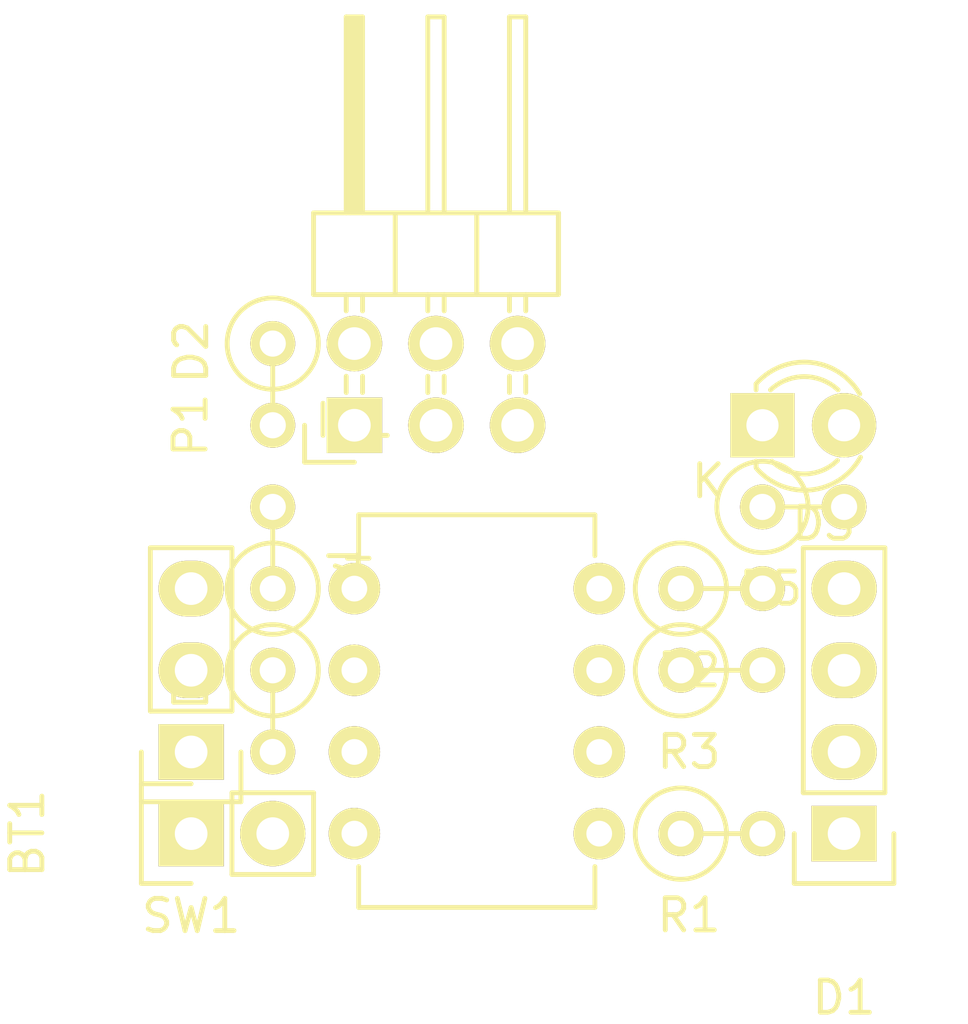
<source format=kicad_pcb>
(kicad_pcb (version 4) (host pcbnew 4.0.2+e4-6225~38~ubuntu14.04.1-stable)

  (general
    (links 22)
    (no_connects 22)
    (area 133.475 71.664999 164.033096 103.865)
    (thickness 1.6)
    (drawings 0)
    (tracks 0)
    (zones 0)
    (modules 13)
    (nets 17)
  )

  (page A4)
  (layers
    (0 F.Cu signal)
    (31 B.Cu signal)
    (32 B.Adhes user)
    (33 F.Adhes user)
    (34 B.Paste user)
    (35 F.Paste user)
    (36 B.SilkS user)
    (37 F.SilkS user)
    (38 B.Mask user)
    (39 F.Mask user)
    (40 Dwgs.User user)
    (41 Cmts.User user)
    (42 Eco1.User user)
    (43 Eco2.User user)
    (44 Edge.Cuts user)
    (45 Margin user)
    (46 B.CrtYd user)
    (47 F.CrtYd user)
    (48 B.Fab user)
    (49 F.Fab user)
  )

  (setup
    (last_trace_width 0.25)
    (trace_clearance 0.2)
    (zone_clearance 0.508)
    (zone_45_only no)
    (trace_min 0.2)
    (segment_width 0.2)
    (edge_width 0.15)
    (via_size 0.6)
    (via_drill 0.4)
    (via_min_size 0.4)
    (via_min_drill 0.3)
    (uvia_size 0.3)
    (uvia_drill 0.1)
    (uvias_allowed no)
    (uvia_min_size 0.2)
    (uvia_min_drill 0.1)
    (pcb_text_width 0.3)
    (pcb_text_size 1.5 1.5)
    (mod_edge_width 0.15)
    (mod_text_size 1 1)
    (mod_text_width 0.15)
    (pad_size 1.524 1.524)
    (pad_drill 0.762)
    (pad_to_mask_clearance 0.2)
    (aux_axis_origin 0 0)
    (visible_elements FFFFFF7F)
    (pcbplotparams
      (layerselection 0x00030_80000001)
      (usegerberextensions false)
      (excludeedgelayer true)
      (linewidth 0.100000)
      (plotframeref false)
      (viasonmask false)
      (mode 1)
      (useauxorigin false)
      (hpglpennumber 1)
      (hpglpenspeed 20)
      (hpglpendiameter 15)
      (hpglpenoverlay 2)
      (psnegative false)
      (psa4output false)
      (plotreference true)
      (plotvalue true)
      (plotinvisibletext false)
      (padsonsilk false)
      (subtractmaskfromsilk false)
      (outputformat 1)
      (mirror false)
      (drillshape 1)
      (scaleselection 1)
      (outputdirectory ""))
  )

  (net 0 "")
  (net 1 "Net-(D1-Pad1)")
  (net 2 GND)
  (net 3 "Net-(D1-Pad3)")
  (net 4 "Net-(D1-Pad4)")
  (net 5 "Net-(D2-Pad1)")
  (net 6 +3V3)
  (net 7 "Net-(IC1-Pad1)")
  (net 8 /IR_IN)
  (net 9 "Net-(IC1-Pad3)")
  (net 10 /MOSI/R)
  (net 11 /MISO/G)
  (net 12 /SCK/B)
  (net 13 /RESET)
  (net 14 "Net-(BT1-Pad1)")
  (net 15 "Net-(D3-Pad2)")
  (net 16 "Net-(D4-Pad2)")

  (net_class Default "This is the default net class."
    (clearance 0.2)
    (trace_width 0.25)
    (via_dia 0.6)
    (via_drill 0.4)
    (uvia_dia 0.3)
    (uvia_drill 0.1)
    (add_net +3V3)
    (add_net /IR_IN)
    (add_net /MISO/G)
    (add_net /MOSI/R)
    (add_net /RESET)
    (add_net /SCK/B)
    (add_net GND)
    (add_net "Net-(BT1-Pad1)")
    (add_net "Net-(D1-Pad1)")
    (add_net "Net-(D1-Pad3)")
    (add_net "Net-(D1-Pad4)")
    (add_net "Net-(D2-Pad1)")
    (add_net "Net-(D3-Pad2)")
    (add_net "Net-(D4-Pad2)")
    (add_net "Net-(IC1-Pad1)")
    (add_net "Net-(IC1-Pad3)")
  )

  (module Pin_Headers:Pin_Header_Straight_1x02 (layer F.Cu) (tedit 54EA090C) (tstamp 57499560)
    (at 139.7 97.79 90)
    (descr "Through hole pin header")
    (tags "pin header")
    (path /57499702)
    (fp_text reference BT1 (at 0 -5.1 90) (layer F.SilkS)
      (effects (font (size 1 1) (thickness 0.15)))
    )
    (fp_text value Battery (at 0 -3.1 90) (layer F.Fab)
      (effects (font (size 1 1) (thickness 0.15)))
    )
    (fp_line (start 1.27 1.27) (end 1.27 3.81) (layer F.SilkS) (width 0.15))
    (fp_line (start 1.55 -1.55) (end 1.55 0) (layer F.SilkS) (width 0.15))
    (fp_line (start -1.75 -1.75) (end -1.75 4.3) (layer F.CrtYd) (width 0.05))
    (fp_line (start 1.75 -1.75) (end 1.75 4.3) (layer F.CrtYd) (width 0.05))
    (fp_line (start -1.75 -1.75) (end 1.75 -1.75) (layer F.CrtYd) (width 0.05))
    (fp_line (start -1.75 4.3) (end 1.75 4.3) (layer F.CrtYd) (width 0.05))
    (fp_line (start 1.27 1.27) (end -1.27 1.27) (layer F.SilkS) (width 0.15))
    (fp_line (start -1.55 0) (end -1.55 -1.55) (layer F.SilkS) (width 0.15))
    (fp_line (start -1.55 -1.55) (end 1.55 -1.55) (layer F.SilkS) (width 0.15))
    (fp_line (start -1.27 1.27) (end -1.27 3.81) (layer F.SilkS) (width 0.15))
    (fp_line (start -1.27 3.81) (end 1.27 3.81) (layer F.SilkS) (width 0.15))
    (pad 1 thru_hole rect (at 0 0 90) (size 2.032 2.032) (drill 1.016) (layers *.Cu *.Mask F.SilkS)
      (net 14 "Net-(BT1-Pad1)"))
    (pad 2 thru_hole oval (at 0 2.54 90) (size 2.032 2.032) (drill 1.016) (layers *.Cu *.Mask F.SilkS)
      (net 2 GND))
    (model Pin_Headers.3dshapes/Pin_Header_Straight_1x02.wrl
      (at (xyz 0 -0.05 0))
      (scale (xyz 1 1 1))
      (rotate (xyz 0 0 90))
    )
  )

  (module Pin_Headers:Pin_Header_Straight_1x04 (layer F.Cu) (tedit 0) (tstamp 57499573)
    (at 160.02 97.79 180)
    (descr "Through hole pin header")
    (tags "pin header")
    (path /57499F0C)
    (fp_text reference D1 (at 0 -5.1 180) (layer F.SilkS)
      (effects (font (size 1 1) (thickness 0.15)))
    )
    (fp_text value LED_RCBG (at 0 -3.1 180) (layer F.Fab)
      (effects (font (size 1 1) (thickness 0.15)))
    )
    (fp_line (start -1.75 -1.75) (end -1.75 9.4) (layer F.CrtYd) (width 0.05))
    (fp_line (start 1.75 -1.75) (end 1.75 9.4) (layer F.CrtYd) (width 0.05))
    (fp_line (start -1.75 -1.75) (end 1.75 -1.75) (layer F.CrtYd) (width 0.05))
    (fp_line (start -1.75 9.4) (end 1.75 9.4) (layer F.CrtYd) (width 0.05))
    (fp_line (start -1.27 1.27) (end -1.27 8.89) (layer F.SilkS) (width 0.15))
    (fp_line (start 1.27 1.27) (end 1.27 8.89) (layer F.SilkS) (width 0.15))
    (fp_line (start 1.55 -1.55) (end 1.55 0) (layer F.SilkS) (width 0.15))
    (fp_line (start -1.27 8.89) (end 1.27 8.89) (layer F.SilkS) (width 0.15))
    (fp_line (start 1.27 1.27) (end -1.27 1.27) (layer F.SilkS) (width 0.15))
    (fp_line (start -1.55 0) (end -1.55 -1.55) (layer F.SilkS) (width 0.15))
    (fp_line (start -1.55 -1.55) (end 1.55 -1.55) (layer F.SilkS) (width 0.15))
    (pad 1 thru_hole rect (at 0 0 180) (size 2.032 1.7272) (drill 1.016) (layers *.Cu *.Mask F.SilkS)
      (net 1 "Net-(D1-Pad1)"))
    (pad 2 thru_hole oval (at 0 2.54 180) (size 2.032 1.7272) (drill 1.016) (layers *.Cu *.Mask F.SilkS)
      (net 2 GND))
    (pad 3 thru_hole oval (at 0 5.08 180) (size 2.032 1.7272) (drill 1.016) (layers *.Cu *.Mask F.SilkS)
      (net 3 "Net-(D1-Pad3)"))
    (pad 4 thru_hole oval (at 0 7.62 180) (size 2.032 1.7272) (drill 1.016) (layers *.Cu *.Mask F.SilkS)
      (net 4 "Net-(D1-Pad4)"))
    (model Pin_Headers.3dshapes/Pin_Header_Straight_1x04.wrl
      (at (xyz 0 -0.15 0))
      (scale (xyz 1 1 1))
      (rotate (xyz 0 0 90))
    )
  )

  (module Discret:R1 (layer F.Cu) (tedit 0) (tstamp 5749957B)
    (at 142.24 83.82 270)
    (descr "Resistance verticale")
    (tags R)
    (path /574989FA)
    (fp_text reference D2 (at -1.016 2.54 270) (layer F.SilkS)
      (effects (font (size 1 1) (thickness 0.15)))
    )
    (fp_text value D (at -1.143 2.54 270) (layer F.Fab)
      (effects (font (size 1 1) (thickness 0.15)))
    )
    (fp_line (start -1.27 0) (end 1.27 0) (layer F.SilkS) (width 0.15))
    (fp_circle (center -1.27 0) (end -0.635 1.27) (layer F.SilkS) (width 0.15))
    (pad 1 thru_hole circle (at -1.27 0 270) (size 1.397 1.397) (drill 0.8128) (layers *.Cu *.Mask F.SilkS)
      (net 5 "Net-(D2-Pad1)"))
    (pad 2 thru_hole circle (at 1.27 0 270) (size 1.397 1.397) (drill 0.8128) (layers *.Cu *.Mask F.SilkS)
      (net 6 +3V3))
    (model Discret.3dshapes/R1.wrl
      (at (xyz 0 0 0))
      (scale (xyz 1 1 1))
      (rotate (xyz 0 0 0))
    )
  )

  (module LEDs:LED-3MM (layer F.Cu) (tedit 559B82F6) (tstamp 5749958C)
    (at 157.48 85.09)
    (descr "LED 3mm round vertical")
    (tags "LED  3mm round vertical")
    (path /5749A137)
    (fp_text reference D3 (at 1.91 3.06) (layer F.SilkS)
      (effects (font (size 1 1) (thickness 0.15)))
    )
    (fp_text value LED-G (at 1.3 -2.9) (layer F.Fab)
      (effects (font (size 1 1) (thickness 0.15)))
    )
    (fp_line (start -1.2 2.3) (end 3.8 2.3) (layer F.CrtYd) (width 0.05))
    (fp_line (start 3.8 2.3) (end 3.8 -2.2) (layer F.CrtYd) (width 0.05))
    (fp_line (start 3.8 -2.2) (end -1.2 -2.2) (layer F.CrtYd) (width 0.05))
    (fp_line (start -1.2 -2.2) (end -1.2 2.3) (layer F.CrtYd) (width 0.05))
    (fp_line (start -0.199 1.314) (end -0.199 1.114) (layer F.SilkS) (width 0.15))
    (fp_line (start -0.199 -1.28) (end -0.199 -1.1) (layer F.SilkS) (width 0.15))
    (fp_arc (start 1.301 0.034) (end -0.199 -1.286) (angle 108.5) (layer F.SilkS) (width 0.15))
    (fp_arc (start 1.301 0.034) (end 0.25 -1.1) (angle 85.7) (layer F.SilkS) (width 0.15))
    (fp_arc (start 1.311 0.034) (end 3.051 0.994) (angle 110) (layer F.SilkS) (width 0.15))
    (fp_arc (start 1.301 0.034) (end 2.335 1.094) (angle 87.5) (layer F.SilkS) (width 0.15))
    (fp_text user K (at -1.69 1.74) (layer F.SilkS)
      (effects (font (size 1 1) (thickness 0.15)))
    )
    (pad 1 thru_hole rect (at 0 0 90) (size 2 2) (drill 1.00076) (layers *.Cu *.Mask F.SilkS)
      (net 2 GND))
    (pad 2 thru_hole circle (at 2.54 0) (size 2 2) (drill 1.00076) (layers *.Cu *.Mask F.SilkS)
      (net 15 "Net-(D3-Pad2)"))
    (model LEDs.3dshapes/LED-3MM.wrl
      (at (xyz 0.05 0 0))
      (scale (xyz 1 1 1))
      (rotate (xyz 0 0 90))
    )
  )

  (module Discret:R1 (layer F.Cu) (tedit 0) (tstamp 57499594)
    (at 142.24 93.98 270)
    (descr "Resistance verticale")
    (tags R)
    (path /574998B2)
    (fp_text reference D4 (at -1.016 2.54 270) (layer F.SilkS)
      (effects (font (size 1 1) (thickness 0.15)))
    )
    (fp_text value D (at -1.143 2.54 270) (layer F.Fab)
      (effects (font (size 1 1) (thickness 0.15)))
    )
    (fp_line (start -1.27 0) (end 1.27 0) (layer F.SilkS) (width 0.15))
    (fp_circle (center -1.27 0) (end -0.635 1.27) (layer F.SilkS) (width 0.15))
    (pad 1 thru_hole circle (at -1.27 0 270) (size 1.397 1.397) (drill 0.8128) (layers *.Cu *.Mask F.SilkS)
      (net 6 +3V3))
    (pad 2 thru_hole circle (at 1.27 0 270) (size 1.397 1.397) (drill 0.8128) (layers *.Cu *.Mask F.SilkS)
      (net 16 "Net-(D4-Pad2)"))
    (model Discret.3dshapes/R1.wrl
      (at (xyz 0 0 0))
      (scale (xyz 1 1 1))
      (rotate (xyz 0 0 0))
    )
  )

  (module Housings_DIP:DIP-8_W7.62mm (layer F.Cu) (tedit 54130A77) (tstamp 574995AB)
    (at 144.78 90.17)
    (descr "8-lead dip package, row spacing 7.62 mm (300 mils)")
    (tags "dil dip 2.54 300")
    (path /574973DC)
    (fp_text reference IC1 (at 0 -5.22) (layer F.SilkS)
      (effects (font (size 1 1) (thickness 0.15)))
    )
    (fp_text value ATTINY13A-P (at 0 -3.72) (layer F.Fab)
      (effects (font (size 1 1) (thickness 0.15)))
    )
    (fp_line (start -1.05 -2.45) (end -1.05 10.1) (layer F.CrtYd) (width 0.05))
    (fp_line (start 8.65 -2.45) (end 8.65 10.1) (layer F.CrtYd) (width 0.05))
    (fp_line (start -1.05 -2.45) (end 8.65 -2.45) (layer F.CrtYd) (width 0.05))
    (fp_line (start -1.05 10.1) (end 8.65 10.1) (layer F.CrtYd) (width 0.05))
    (fp_line (start 0.135 -2.295) (end 0.135 -1.025) (layer F.SilkS) (width 0.15))
    (fp_line (start 7.485 -2.295) (end 7.485 -1.025) (layer F.SilkS) (width 0.15))
    (fp_line (start 7.485 9.915) (end 7.485 8.645) (layer F.SilkS) (width 0.15))
    (fp_line (start 0.135 9.915) (end 0.135 8.645) (layer F.SilkS) (width 0.15))
    (fp_line (start 0.135 -2.295) (end 7.485 -2.295) (layer F.SilkS) (width 0.15))
    (fp_line (start 0.135 9.915) (end 7.485 9.915) (layer F.SilkS) (width 0.15))
    (fp_line (start 0.135 -1.025) (end -0.8 -1.025) (layer F.SilkS) (width 0.15))
    (pad 1 thru_hole oval (at 0 0) (size 1.6 1.6) (drill 0.8) (layers *.Cu *.Mask F.SilkS)
      (net 7 "Net-(IC1-Pad1)"))
    (pad 2 thru_hole oval (at 0 2.54) (size 1.6 1.6) (drill 0.8) (layers *.Cu *.Mask F.SilkS)
      (net 8 /IR_IN))
    (pad 3 thru_hole oval (at 0 5.08) (size 1.6 1.6) (drill 0.8) (layers *.Cu *.Mask F.SilkS)
      (net 9 "Net-(IC1-Pad3)"))
    (pad 4 thru_hole oval (at 0 7.62) (size 1.6 1.6) (drill 0.8) (layers *.Cu *.Mask F.SilkS)
      (net 2 GND))
    (pad 5 thru_hole oval (at 7.62 7.62) (size 1.6 1.6) (drill 0.8) (layers *.Cu *.Mask F.SilkS)
      (net 10 /MOSI/R))
    (pad 6 thru_hole oval (at 7.62 5.08) (size 1.6 1.6) (drill 0.8) (layers *.Cu *.Mask F.SilkS)
      (net 11 /MISO/G))
    (pad 7 thru_hole oval (at 7.62 2.54) (size 1.6 1.6) (drill 0.8) (layers *.Cu *.Mask F.SilkS)
      (net 12 /SCK/B))
    (pad 8 thru_hole oval (at 7.62 0) (size 1.6 1.6) (drill 0.8) (layers *.Cu *.Mask F.SilkS)
      (net 6 +3V3))
    (model Housings_DIP.3dshapes/DIP-8_W7.62mm.wrl
      (at (xyz 0 0 0))
      (scale (xyz 1 1 1))
      (rotate (xyz 0 0 0))
    )
  )

  (module Pin_Headers:Pin_Header_Angled_2x03 (layer F.Cu) (tedit 0) (tstamp 574995E2)
    (at 144.78 85.09 90)
    (descr "Through hole pin header")
    (tags "pin header")
    (path /574987B5)
    (fp_text reference P1 (at 0 -5.1 90) (layer F.SilkS)
      (effects (font (size 1 1) (thickness 0.15)))
    )
    (fp_text value CONN_02X03 (at 0 -3.1 90) (layer F.Fab)
      (effects (font (size 1 1) (thickness 0.15)))
    )
    (fp_line (start -1.35 -1.75) (end -1.35 6.85) (layer F.CrtYd) (width 0.05))
    (fp_line (start 13.2 -1.75) (end 13.2 6.85) (layer F.CrtYd) (width 0.05))
    (fp_line (start -1.35 -1.75) (end 13.2 -1.75) (layer F.CrtYd) (width 0.05))
    (fp_line (start -1.35 6.85) (end 13.2 6.85) (layer F.CrtYd) (width 0.05))
    (fp_line (start 1.524 5.334) (end 1.016 5.334) (layer F.SilkS) (width 0.15))
    (fp_line (start 1.524 4.826) (end 1.016 4.826) (layer F.SilkS) (width 0.15))
    (fp_line (start 1.524 2.794) (end 1.016 2.794) (layer F.SilkS) (width 0.15))
    (fp_line (start 1.524 2.286) (end 1.016 2.286) (layer F.SilkS) (width 0.15))
    (fp_line (start 1.524 0.254) (end 1.016 0.254) (layer F.SilkS) (width 0.15))
    (fp_line (start 1.524 -0.254) (end 1.016 -0.254) (layer F.SilkS) (width 0.15))
    (fp_line (start 4.064 2.286) (end 3.556 2.286) (layer F.SilkS) (width 0.15))
    (fp_line (start 4.064 2.794) (end 3.556 2.794) (layer F.SilkS) (width 0.15))
    (fp_line (start 4.064 4.826) (end 3.556 4.826) (layer F.SilkS) (width 0.15))
    (fp_line (start 4.064 5.334) (end 3.556 5.334) (layer F.SilkS) (width 0.15))
    (fp_line (start 4.064 -0.254) (end 3.556 -0.254) (layer F.SilkS) (width 0.15))
    (fp_line (start 4.064 0.254) (end 3.556 0.254) (layer F.SilkS) (width 0.15))
    (fp_line (start 0 -1.55) (end -1.15 -1.55) (layer F.SilkS) (width 0.15))
    (fp_line (start -1.15 -1.55) (end -1.15 0) (layer F.SilkS) (width 0.15))
    (fp_line (start 6.604 -0.127) (end 12.573 -0.127) (layer F.SilkS) (width 0.15))
    (fp_line (start 12.573 -0.127) (end 12.573 0.127) (layer F.SilkS) (width 0.15))
    (fp_line (start 12.573 0.127) (end 6.731 0.127) (layer F.SilkS) (width 0.15))
    (fp_line (start 6.731 0.127) (end 6.731 0) (layer F.SilkS) (width 0.15))
    (fp_line (start 6.731 0) (end 12.573 0) (layer F.SilkS) (width 0.15))
    (fp_line (start 4.064 1.27) (end 4.064 3.81) (layer F.SilkS) (width 0.15))
    (fp_line (start 4.064 3.81) (end 6.604 3.81) (layer F.SilkS) (width 0.15))
    (fp_line (start 6.604 2.286) (end 12.7 2.286) (layer F.SilkS) (width 0.15))
    (fp_line (start 12.7 2.286) (end 12.7 2.794) (layer F.SilkS) (width 0.15))
    (fp_line (start 12.7 2.794) (end 6.604 2.794) (layer F.SilkS) (width 0.15))
    (fp_line (start 6.604 3.81) (end 6.604 1.27) (layer F.SilkS) (width 0.15))
    (fp_line (start 4.064 6.35) (end 6.604 6.35) (layer F.SilkS) (width 0.15))
    (fp_line (start 6.604 6.35) (end 6.604 3.81) (layer F.SilkS) (width 0.15))
    (fp_line (start 12.7 5.334) (end 6.604 5.334) (layer F.SilkS) (width 0.15))
    (fp_line (start 12.7 4.826) (end 12.7 5.334) (layer F.SilkS) (width 0.15))
    (fp_line (start 6.604 4.826) (end 12.7 4.826) (layer F.SilkS) (width 0.15))
    (fp_line (start 4.064 6.35) (end 6.604 6.35) (layer F.SilkS) (width 0.15))
    (fp_line (start 4.064 3.81) (end 4.064 6.35) (layer F.SilkS) (width 0.15))
    (fp_line (start 4.064 3.81) (end 6.604 3.81) (layer F.SilkS) (width 0.15))
    (fp_line (start 4.064 1.27) (end 6.604 1.27) (layer F.SilkS) (width 0.15))
    (fp_line (start 6.604 1.27) (end 6.604 -1.27) (layer F.SilkS) (width 0.15))
    (fp_line (start 12.7 0.254) (end 6.604 0.254) (layer F.SilkS) (width 0.15))
    (fp_line (start 12.7 -0.254) (end 12.7 0.254) (layer F.SilkS) (width 0.15))
    (fp_line (start 6.604 -0.254) (end 12.7 -0.254) (layer F.SilkS) (width 0.15))
    (fp_line (start 4.064 1.27) (end 6.604 1.27) (layer F.SilkS) (width 0.15))
    (fp_line (start 4.064 -1.27) (end 4.064 1.27) (layer F.SilkS) (width 0.15))
    (fp_line (start 4.064 -1.27) (end 6.604 -1.27) (layer F.SilkS) (width 0.15))
    (pad 1 thru_hole rect (at 0 0 90) (size 1.7272 1.7272) (drill 1.016) (layers *.Cu *.Mask F.SilkS)
      (net 11 /MISO/G))
    (pad 2 thru_hole oval (at 2.54 0 90) (size 1.7272 1.7272) (drill 1.016) (layers *.Cu *.Mask F.SilkS)
      (net 5 "Net-(D2-Pad1)"))
    (pad 3 thru_hole oval (at 0 2.54 90) (size 1.7272 1.7272) (drill 1.016) (layers *.Cu *.Mask F.SilkS)
      (net 12 /SCK/B))
    (pad 4 thru_hole oval (at 2.54 2.54 90) (size 1.7272 1.7272) (drill 1.016) (layers *.Cu *.Mask F.SilkS)
      (net 10 /MOSI/R))
    (pad 5 thru_hole oval (at 0 5.08 90) (size 1.7272 1.7272) (drill 1.016) (layers *.Cu *.Mask F.SilkS)
      (net 13 /RESET))
    (pad 6 thru_hole oval (at 2.54 5.08 90) (size 1.7272 1.7272) (drill 1.016) (layers *.Cu *.Mask F.SilkS)
      (net 2 GND))
    (model Pin_Headers.3dshapes/Pin_Header_Angled_2x03.wrl
      (at (xyz 0.05 -0.1 0))
      (scale (xyz 1 1 1))
      (rotate (xyz 0 0 90))
    )
  )

  (module Discret:R1 (layer F.Cu) (tedit 0) (tstamp 574995EA)
    (at 156.21 97.79)
    (descr "Resistance verticale")
    (tags R)
    (path /5749A10E)
    (fp_text reference R1 (at -1.016 2.54) (layer F.SilkS)
      (effects (font (size 1 1) (thickness 0.15)))
    )
    (fp_text value 470Ω (at -1.143 2.54) (layer F.Fab)
      (effects (font (size 1 1) (thickness 0.15)))
    )
    (fp_line (start -1.27 0) (end 1.27 0) (layer F.SilkS) (width 0.15))
    (fp_circle (center -1.27 0) (end -0.635 1.27) (layer F.SilkS) (width 0.15))
    (pad 1 thru_hole circle (at -1.27 0) (size 1.397 1.397) (drill 0.8128) (layers *.Cu *.Mask F.SilkS)
      (net 12 /SCK/B))
    (pad 2 thru_hole circle (at 1.27 0) (size 1.397 1.397) (drill 0.8128) (layers *.Cu *.Mask F.SilkS)
      (net 1 "Net-(D1-Pad1)"))
    (model Discret.3dshapes/R1.wrl
      (at (xyz 0 0 0))
      (scale (xyz 1 1 1))
      (rotate (xyz 0 0 0))
    )
  )

  (module Discret:R1 (layer F.Cu) (tedit 0) (tstamp 574995F2)
    (at 156.21 90.17)
    (descr "Resistance verticale")
    (tags R)
    (path /5749A14D)
    (fp_text reference R2 (at -1.016 2.54) (layer F.SilkS)
      (effects (font (size 1 1) (thickness 0.15)))
    )
    (fp_text value 470Ω (at -1.143 2.54) (layer F.Fab)
      (effects (font (size 1 1) (thickness 0.15)))
    )
    (fp_line (start -1.27 0) (end 1.27 0) (layer F.SilkS) (width 0.15))
    (fp_circle (center -1.27 0) (end -0.635 1.27) (layer F.SilkS) (width 0.15))
    (pad 1 thru_hole circle (at -1.27 0) (size 1.397 1.397) (drill 0.8128) (layers *.Cu *.Mask F.SilkS)
      (net 11 /MISO/G))
    (pad 2 thru_hole circle (at 1.27 0) (size 1.397 1.397) (drill 0.8128) (layers *.Cu *.Mask F.SilkS)
      (net 4 "Net-(D1-Pad4)"))
    (model Discret.3dshapes/R1.wrl
      (at (xyz 0 0 0))
      (scale (xyz 1 1 1))
      (rotate (xyz 0 0 0))
    )
  )

  (module Discret:R1 (layer F.Cu) (tedit 0) (tstamp 574995FA)
    (at 156.21 92.71)
    (descr "Resistance verticale")
    (tags R)
    (path /5749A1C8)
    (fp_text reference R3 (at -1.016 2.54) (layer F.SilkS)
      (effects (font (size 1 1) (thickness 0.15)))
    )
    (fp_text value 470Ω (at -1.143 2.54) (layer F.Fab)
      (effects (font (size 1 1) (thickness 0.15)))
    )
    (fp_line (start -1.27 0) (end 1.27 0) (layer F.SilkS) (width 0.15))
    (fp_circle (center -1.27 0) (end -0.635 1.27) (layer F.SilkS) (width 0.15))
    (pad 1 thru_hole circle (at -1.27 0) (size 1.397 1.397) (drill 0.8128) (layers *.Cu *.Mask F.SilkS)
      (net 10 /MOSI/R))
    (pad 2 thru_hole circle (at 1.27 0) (size 1.397 1.397) (drill 0.8128) (layers *.Cu *.Mask F.SilkS)
      (net 3 "Net-(D1-Pad3)"))
    (model Discret.3dshapes/R1.wrl
      (at (xyz 0 0 0))
      (scale (xyz 1 1 1))
      (rotate (xyz 0 0 0))
    )
  )

  (module Discret:R1 (layer F.Cu) (tedit 0) (tstamp 57499602)
    (at 142.24 88.9 90)
    (descr "Resistance verticale")
    (tags R)
    (path /574976EE)
    (fp_text reference R4 (at -1.016 2.54 90) (layer F.SilkS)
      (effects (font (size 1 1) (thickness 0.15)))
    )
    (fp_text value 1MΩ (at -1.143 2.54 90) (layer F.Fab)
      (effects (font (size 1 1) (thickness 0.15)))
    )
    (fp_line (start -1.27 0) (end 1.27 0) (layer F.SilkS) (width 0.15))
    (fp_circle (center -1.27 0) (end -0.635 1.27) (layer F.SilkS) (width 0.15))
    (pad 1 thru_hole circle (at -1.27 0 90) (size 1.397 1.397) (drill 0.8128) (layers *.Cu *.Mask F.SilkS)
      (net 7 "Net-(IC1-Pad1)"))
    (pad 2 thru_hole circle (at 1.27 0 90) (size 1.397 1.397) (drill 0.8128) (layers *.Cu *.Mask F.SilkS)
      (net 6 +3V3))
    (model Discret.3dshapes/R1.wrl
      (at (xyz 0 0 0))
      (scale (xyz 1 1 1))
      (rotate (xyz 0 0 0))
    )
  )

  (module Discret:R1 (layer F.Cu) (tedit 0) (tstamp 5749960A)
    (at 158.75 87.63)
    (descr "Resistance verticale")
    (tags R)
    (path /5749A178)
    (fp_text reference R5 (at -1.016 2.54) (layer F.SilkS)
      (effects (font (size 1 1) (thickness 0.15)))
    )
    (fp_text value 5KΩ (at -1.143 2.54) (layer F.Fab)
      (effects (font (size 1 1) (thickness 0.15)))
    )
    (fp_line (start -1.27 0) (end 1.27 0) (layer F.SilkS) (width 0.15))
    (fp_circle (center -1.27 0) (end -0.635 1.27) (layer F.SilkS) (width 0.15))
    (pad 1 thru_hole circle (at -1.27 0) (size 1.397 1.397) (drill 0.8128) (layers *.Cu *.Mask F.SilkS)
      (net 6 +3V3))
    (pad 2 thru_hole circle (at 1.27 0) (size 1.397 1.397) (drill 0.8128) (layers *.Cu *.Mask F.SilkS)
      (net 15 "Net-(D3-Pad2)"))
    (model Discret.3dshapes/R1.wrl
      (at (xyz 0 0 0))
      (scale (xyz 1 1 1))
      (rotate (xyz 0 0 0))
    )
  )

  (module Pin_Headers:Pin_Header_Straight_1x03 (layer F.Cu) (tedit 0) (tstamp 5749961C)
    (at 139.7 95.25 180)
    (descr "Through hole pin header")
    (tags "pin header")
    (path /57499809)
    (fp_text reference SW1 (at 0 -5.1 180) (layer F.SilkS)
      (effects (font (size 1 1) (thickness 0.15)))
    )
    (fp_text value SPST (at 0 -3.1 180) (layer F.Fab)
      (effects (font (size 1 1) (thickness 0.15)))
    )
    (fp_line (start -1.75 -1.75) (end -1.75 6.85) (layer F.CrtYd) (width 0.05))
    (fp_line (start 1.75 -1.75) (end 1.75 6.85) (layer F.CrtYd) (width 0.05))
    (fp_line (start -1.75 -1.75) (end 1.75 -1.75) (layer F.CrtYd) (width 0.05))
    (fp_line (start -1.75 6.85) (end 1.75 6.85) (layer F.CrtYd) (width 0.05))
    (fp_line (start -1.27 1.27) (end -1.27 6.35) (layer F.SilkS) (width 0.15))
    (fp_line (start -1.27 6.35) (end 1.27 6.35) (layer F.SilkS) (width 0.15))
    (fp_line (start 1.27 6.35) (end 1.27 1.27) (layer F.SilkS) (width 0.15))
    (fp_line (start 1.55 -1.55) (end 1.55 0) (layer F.SilkS) (width 0.15))
    (fp_line (start 1.27 1.27) (end -1.27 1.27) (layer F.SilkS) (width 0.15))
    (fp_line (start -1.55 0) (end -1.55 -1.55) (layer F.SilkS) (width 0.15))
    (fp_line (start -1.55 -1.55) (end 1.55 -1.55) (layer F.SilkS) (width 0.15))
    (pad 1 thru_hole rect (at 0 0 180) (size 2.032 1.7272) (drill 1.016) (layers *.Cu *.Mask F.SilkS)
      (net 14 "Net-(BT1-Pad1)"))
    (pad 2 thru_hole oval (at 0 2.54 180) (size 2.032 1.7272) (drill 1.016) (layers *.Cu *.Mask F.SilkS)
      (net 16 "Net-(D4-Pad2)"))
    (pad 3 thru_hole oval (at 0 5.08 180) (size 2.032 1.7272) (drill 1.016) (layers *.Cu *.Mask F.SilkS))
    (model Pin_Headers.3dshapes/Pin_Header_Straight_1x03.wrl
      (at (xyz 0 -0.1 0))
      (scale (xyz 1 1 1))
      (rotate (xyz 0 0 90))
    )
  )

)

</source>
